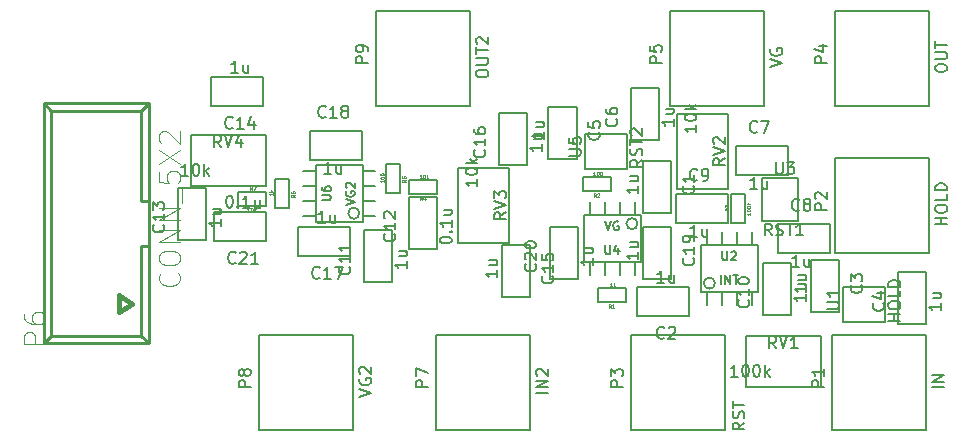
<source format=gto>
G04 (created by PCBNEW (2013-may-18)-stable) date 2014年01月29日 星期三 11时55分50秒*
%MOIN*%
G04 Gerber Fmt 3.4, Leading zero omitted, Abs format*
%FSLAX34Y34*%
G01*
G70*
G90*
G04 APERTURE LIST*
%ADD10C,0.00590551*%
%ADD11C,0.01*%
%ADD12C,0.016*%
%ADD13C,0.005*%
%ADD14C,0.0035*%
%ADD15C,0.0019685*%
%ADD16C,0.0059*%
G04 APERTURE END LIST*
G54D10*
G54D11*
X43350Y-45000D02*
X43100Y-45250D01*
X46350Y-45000D02*
X46600Y-45250D01*
X46350Y-37500D02*
X46600Y-37250D01*
X43350Y-37500D02*
X43100Y-37250D01*
X46600Y-40500D02*
X46350Y-40500D01*
X46350Y-40500D02*
X46350Y-37500D01*
X46350Y-37500D02*
X43350Y-37500D01*
X43350Y-37500D02*
X43350Y-45000D01*
X43350Y-45000D02*
X46350Y-45000D01*
X46350Y-45000D02*
X46350Y-42000D01*
X46350Y-42000D02*
X46600Y-42000D01*
X46600Y-45250D02*
X46600Y-37250D01*
X43100Y-37250D02*
X43100Y-45250D01*
X43100Y-45250D02*
X46600Y-45250D01*
X43100Y-37250D02*
X46600Y-37250D01*
G54D12*
X45625Y-44202D02*
X46046Y-43927D01*
X46046Y-43927D02*
X45625Y-43651D01*
X45625Y-43651D02*
X45625Y-44202D01*
G54D10*
X61077Y-40186D02*
X61077Y-39713D01*
X61077Y-39713D02*
X62022Y-39713D01*
X62022Y-39713D02*
X62022Y-40186D01*
X62022Y-40186D02*
X61077Y-40186D01*
X66013Y-40277D02*
X66486Y-40277D01*
X66486Y-40277D02*
X66486Y-41222D01*
X66486Y-41222D02*
X66013Y-41222D01*
X66013Y-41222D02*
X66013Y-40277D01*
X61577Y-43886D02*
X61577Y-43413D01*
X61577Y-43413D02*
X62522Y-43413D01*
X62522Y-43413D02*
X62522Y-43886D01*
X62522Y-43886D02*
X61577Y-43886D01*
X62883Y-43377D02*
X64616Y-43377D01*
X64616Y-43377D02*
X64616Y-44322D01*
X64616Y-44322D02*
X62883Y-44322D01*
X62883Y-44322D02*
X62883Y-43377D01*
X63077Y-40916D02*
X63077Y-39183D01*
X63077Y-39183D02*
X64022Y-39183D01*
X64022Y-39183D02*
X64022Y-40916D01*
X64022Y-40916D02*
X63077Y-40916D01*
X64200Y-40100D02*
X64200Y-37600D01*
X64200Y-37600D02*
X65900Y-37600D01*
X65900Y-37600D02*
X65900Y-40100D01*
X65900Y-40100D02*
X64200Y-40100D01*
X69000Y-46700D02*
X66500Y-46700D01*
X66500Y-46700D02*
X66500Y-45000D01*
X66500Y-45000D02*
X69000Y-45000D01*
X69000Y-45000D02*
X69000Y-46700D01*
X69375Y-48124D02*
X69375Y-44975D01*
X69375Y-44975D02*
X72524Y-44975D01*
X72524Y-44975D02*
X72524Y-48124D01*
X72524Y-48124D02*
X69375Y-48124D01*
X69475Y-42224D02*
X69475Y-39075D01*
X69475Y-39075D02*
X72624Y-39075D01*
X72624Y-39075D02*
X72624Y-42224D01*
X72624Y-42224D02*
X69475Y-42224D01*
X62675Y-48124D02*
X62675Y-44975D01*
X62675Y-44975D02*
X65824Y-44975D01*
X65824Y-44975D02*
X65824Y-48124D01*
X65824Y-48124D02*
X62675Y-48124D01*
X69475Y-37324D02*
X69475Y-34175D01*
X69475Y-34175D02*
X72624Y-34175D01*
X72624Y-34175D02*
X72624Y-37324D01*
X72624Y-37324D02*
X69475Y-37324D01*
X63975Y-37324D02*
X63975Y-34175D01*
X63975Y-34175D02*
X67124Y-34175D01*
X67124Y-34175D02*
X67124Y-37324D01*
X67124Y-37324D02*
X63975Y-37324D01*
X69741Y-44540D02*
X69741Y-43359D01*
X69741Y-43359D02*
X71158Y-43359D01*
X71158Y-43359D02*
X71158Y-44540D01*
X71158Y-44540D02*
X69741Y-44540D01*
X67059Y-39741D02*
X68240Y-39741D01*
X68240Y-39741D02*
X68240Y-41158D01*
X68240Y-41158D02*
X67059Y-41158D01*
X67059Y-41158D02*
X67059Y-39741D01*
X61141Y-39440D02*
X61141Y-38259D01*
X61141Y-38259D02*
X62558Y-38259D01*
X62558Y-38259D02*
X62558Y-39440D01*
X62558Y-39440D02*
X61141Y-39440D01*
G54D13*
X63000Y-42530D02*
X63000Y-40970D01*
X63000Y-40970D02*
X61100Y-40970D01*
X61100Y-40970D02*
X61100Y-42530D01*
X61100Y-42530D02*
X63000Y-42530D01*
X62800Y-42530D02*
X62800Y-42960D01*
X62300Y-42530D02*
X62300Y-42960D01*
X61800Y-42530D02*
X61800Y-42960D01*
X61300Y-42960D02*
X61300Y-42530D01*
X61300Y-40970D02*
X61300Y-40540D01*
X61800Y-40540D02*
X61800Y-40970D01*
X62300Y-40540D02*
X62300Y-40970D01*
X62800Y-40540D02*
X62800Y-40970D01*
X62896Y-41260D02*
G75*
G03X62896Y-41260I-186J0D01*
G74*
G01*
X65000Y-41970D02*
X65000Y-43530D01*
X65000Y-43530D02*
X66900Y-43530D01*
X66900Y-43530D02*
X66900Y-41970D01*
X66900Y-41970D02*
X65000Y-41970D01*
X65200Y-41970D02*
X65200Y-41540D01*
X65700Y-41970D02*
X65700Y-41540D01*
X66200Y-41970D02*
X66200Y-41540D01*
X66700Y-41540D02*
X66700Y-41970D01*
X66700Y-43530D02*
X66700Y-43960D01*
X66200Y-43960D02*
X66200Y-43530D01*
X65700Y-43960D02*
X65700Y-43530D01*
X65200Y-43960D02*
X65200Y-43530D01*
X65476Y-43240D02*
G75*
G03X65476Y-43240I-186J0D01*
G74*
G01*
X52170Y-41200D02*
X53730Y-41200D01*
X53730Y-41200D02*
X53730Y-39300D01*
X53730Y-39300D02*
X52170Y-39300D01*
X52170Y-39300D02*
X52170Y-41200D01*
X52170Y-41000D02*
X51740Y-41000D01*
X52170Y-40500D02*
X51740Y-40500D01*
X52170Y-40000D02*
X51740Y-40000D01*
X51740Y-39500D02*
X52170Y-39500D01*
X53730Y-39500D02*
X54160Y-39500D01*
X54160Y-40000D02*
X53730Y-40000D01*
X54160Y-40500D02*
X53730Y-40500D01*
X54160Y-41000D02*
X53730Y-41000D01*
X53626Y-40910D02*
G75*
G03X53626Y-40910I-186J0D01*
G74*
G01*
G54D10*
X55277Y-40286D02*
X55277Y-39813D01*
X55277Y-39813D02*
X56222Y-39813D01*
X56222Y-39813D02*
X56222Y-40286D01*
X56222Y-40286D02*
X55277Y-40286D01*
X54986Y-40222D02*
X54513Y-40222D01*
X54513Y-40222D02*
X54513Y-39277D01*
X54513Y-39277D02*
X54986Y-39277D01*
X54986Y-39277D02*
X54986Y-40222D01*
X51286Y-40722D02*
X50813Y-40722D01*
X50813Y-40722D02*
X50813Y-39777D01*
X50813Y-39777D02*
X51286Y-39777D01*
X51286Y-39777D02*
X51286Y-40722D01*
X50522Y-40213D02*
X50522Y-40686D01*
X50522Y-40686D02*
X49577Y-40686D01*
X49577Y-40686D02*
X49577Y-40213D01*
X49577Y-40213D02*
X50522Y-40213D01*
X69316Y-42222D02*
X67583Y-42222D01*
X67583Y-42222D02*
X67583Y-41277D01*
X67583Y-41277D02*
X69316Y-41277D01*
X69316Y-41277D02*
X69316Y-42222D01*
X53716Y-39122D02*
X51983Y-39122D01*
X51983Y-39122D02*
X51983Y-38177D01*
X51983Y-38177D02*
X53716Y-38177D01*
X53716Y-38177D02*
X53716Y-39122D01*
X59222Y-37583D02*
X59222Y-39316D01*
X59222Y-39316D02*
X58277Y-39316D01*
X58277Y-39316D02*
X58277Y-37583D01*
X58277Y-37583D02*
X59222Y-37583D01*
X48683Y-36377D02*
X50416Y-36377D01*
X50416Y-36377D02*
X50416Y-37322D01*
X50416Y-37322D02*
X48683Y-37322D01*
X48683Y-37322D02*
X48683Y-36377D01*
X65916Y-41222D02*
X64183Y-41222D01*
X64183Y-41222D02*
X64183Y-40277D01*
X64183Y-40277D02*
X65916Y-40277D01*
X65916Y-40277D02*
X65916Y-41222D01*
X67916Y-39622D02*
X66183Y-39622D01*
X66183Y-39622D02*
X66183Y-38677D01*
X66183Y-38677D02*
X67916Y-38677D01*
X67916Y-38677D02*
X67916Y-39622D01*
X59927Y-39116D02*
X59927Y-37383D01*
X59927Y-37383D02*
X60872Y-37383D01*
X60872Y-37383D02*
X60872Y-39116D01*
X60872Y-39116D02*
X59927Y-39116D01*
X68677Y-44216D02*
X68677Y-42483D01*
X68677Y-42483D02*
X69622Y-42483D01*
X69622Y-42483D02*
X69622Y-44216D01*
X69622Y-44216D02*
X68677Y-44216D01*
X68022Y-42583D02*
X68022Y-44316D01*
X68022Y-44316D02*
X67077Y-44316D01*
X67077Y-44316D02*
X67077Y-42583D01*
X67077Y-42583D02*
X68022Y-42583D01*
X51583Y-41377D02*
X53316Y-41377D01*
X53316Y-41377D02*
X53316Y-42322D01*
X53316Y-42322D02*
X51583Y-42322D01*
X51583Y-42322D02*
X51583Y-41377D01*
X63622Y-36733D02*
X63622Y-38466D01*
X63622Y-38466D02*
X62677Y-38466D01*
X62677Y-38466D02*
X62677Y-36733D01*
X62677Y-36733D02*
X63622Y-36733D01*
X72522Y-42883D02*
X72522Y-44616D01*
X72522Y-44616D02*
X71577Y-44616D01*
X71577Y-44616D02*
X71577Y-42883D01*
X71577Y-42883D02*
X72522Y-42883D01*
X60922Y-41383D02*
X60922Y-43116D01*
X60922Y-43116D02*
X59977Y-43116D01*
X59977Y-43116D02*
X59977Y-41383D01*
X59977Y-41383D02*
X60922Y-41383D01*
X48522Y-40083D02*
X48522Y-41816D01*
X48522Y-41816D02*
X47577Y-41816D01*
X47577Y-41816D02*
X47577Y-40083D01*
X47577Y-40083D02*
X48522Y-40083D01*
X58377Y-43716D02*
X58377Y-41983D01*
X58377Y-41983D02*
X59322Y-41983D01*
X59322Y-41983D02*
X59322Y-43716D01*
X59322Y-43716D02*
X58377Y-43716D01*
X63077Y-43116D02*
X63077Y-41383D01*
X63077Y-41383D02*
X64022Y-41383D01*
X64022Y-41383D02*
X64022Y-43116D01*
X64022Y-43116D02*
X63077Y-43116D01*
X54722Y-41483D02*
X54722Y-43216D01*
X54722Y-43216D02*
X53777Y-43216D01*
X53777Y-43216D02*
X53777Y-41483D01*
X53777Y-41483D02*
X54722Y-41483D01*
X48783Y-40877D02*
X50516Y-40877D01*
X50516Y-40877D02*
X50516Y-41822D01*
X50516Y-41822D02*
X48783Y-41822D01*
X48783Y-41822D02*
X48783Y-40877D01*
X56222Y-40383D02*
X56222Y-42116D01*
X56222Y-42116D02*
X55277Y-42116D01*
X55277Y-42116D02*
X55277Y-40383D01*
X55277Y-40383D02*
X56222Y-40383D01*
X56900Y-41900D02*
X56900Y-39400D01*
X56900Y-39400D02*
X58600Y-39400D01*
X58600Y-39400D02*
X58600Y-41900D01*
X58600Y-41900D02*
X56900Y-41900D01*
X50500Y-40000D02*
X48000Y-40000D01*
X48000Y-40000D02*
X48000Y-38300D01*
X48000Y-38300D02*
X50500Y-38300D01*
X50500Y-38300D02*
X50500Y-40000D01*
X54175Y-37324D02*
X54175Y-34175D01*
X54175Y-34175D02*
X57324Y-34175D01*
X57324Y-34175D02*
X57324Y-37324D01*
X57324Y-37324D02*
X54175Y-37324D01*
X50275Y-48124D02*
X50275Y-44975D01*
X50275Y-44975D02*
X53424Y-44975D01*
X53424Y-44975D02*
X53424Y-48124D01*
X53424Y-48124D02*
X50275Y-48124D01*
X56175Y-48124D02*
X56175Y-44975D01*
X56175Y-44975D02*
X59324Y-44975D01*
X59324Y-44975D02*
X59324Y-48124D01*
X59324Y-48124D02*
X56175Y-48124D01*
G54D14*
X43133Y-45266D02*
X42433Y-45266D01*
X42433Y-44999D01*
X42466Y-44933D01*
X42500Y-44899D01*
X42566Y-44866D01*
X42666Y-44866D01*
X42733Y-44899D01*
X42766Y-44933D01*
X42800Y-44999D01*
X42800Y-45266D01*
X42433Y-44266D02*
X42433Y-44399D01*
X42466Y-44466D01*
X42500Y-44499D01*
X42600Y-44566D01*
X42733Y-44599D01*
X43000Y-44599D01*
X43066Y-44566D01*
X43100Y-44533D01*
X43133Y-44466D01*
X43133Y-44333D01*
X43100Y-44266D01*
X43066Y-44233D01*
X43000Y-44199D01*
X42833Y-44199D01*
X42766Y-44233D01*
X42733Y-44266D01*
X42700Y-44333D01*
X42700Y-44466D01*
X42733Y-44533D01*
X42766Y-44566D01*
X42833Y-44599D01*
X47566Y-42900D02*
X47600Y-42933D01*
X47633Y-43033D01*
X47633Y-43100D01*
X47600Y-43200D01*
X47533Y-43266D01*
X47466Y-43300D01*
X47333Y-43333D01*
X47233Y-43333D01*
X47100Y-43300D01*
X47033Y-43266D01*
X46966Y-43200D01*
X46933Y-43100D01*
X46933Y-43033D01*
X46966Y-42933D01*
X47000Y-42900D01*
X46933Y-42466D02*
X46933Y-42333D01*
X46966Y-42266D01*
X47033Y-42200D01*
X47166Y-42166D01*
X47400Y-42166D01*
X47533Y-42200D01*
X47600Y-42266D01*
X47633Y-42333D01*
X47633Y-42466D01*
X47600Y-42533D01*
X47533Y-42600D01*
X47400Y-42633D01*
X47166Y-42633D01*
X47033Y-42600D01*
X46966Y-42533D01*
X46933Y-42466D01*
X47633Y-41866D02*
X46933Y-41866D01*
X47633Y-41466D01*
X46933Y-41466D01*
X47633Y-41133D02*
X46933Y-41133D01*
X47633Y-40733D01*
X46933Y-40733D01*
X47700Y-40566D02*
X47700Y-40033D01*
X46933Y-39533D02*
X46933Y-39866D01*
X47266Y-39899D01*
X47233Y-39866D01*
X47200Y-39799D01*
X47200Y-39633D01*
X47233Y-39566D01*
X47266Y-39533D01*
X47333Y-39499D01*
X47500Y-39499D01*
X47566Y-39533D01*
X47600Y-39566D01*
X47633Y-39633D01*
X47633Y-39799D01*
X47600Y-39866D01*
X47566Y-39899D01*
X46933Y-39266D02*
X47633Y-38799D01*
X46933Y-38799D02*
X47633Y-39266D01*
X47000Y-38566D02*
X46966Y-38533D01*
X46933Y-38466D01*
X46933Y-38299D01*
X46966Y-38233D01*
X47000Y-38199D01*
X47066Y-38166D01*
X47133Y-38166D01*
X47233Y-38199D01*
X47633Y-38599D01*
X47633Y-38166D01*
G54D15*
X61510Y-40371D02*
X61471Y-40315D01*
X61443Y-40371D02*
X61443Y-40253D01*
X61488Y-40253D01*
X61499Y-40259D01*
X61505Y-40264D01*
X61510Y-40276D01*
X61510Y-40293D01*
X61505Y-40304D01*
X61499Y-40309D01*
X61488Y-40315D01*
X61443Y-40315D01*
X61555Y-40264D02*
X61561Y-40259D01*
X61572Y-40253D01*
X61600Y-40253D01*
X61611Y-40259D01*
X61617Y-40264D01*
X61623Y-40276D01*
X61623Y-40287D01*
X61617Y-40304D01*
X61550Y-40371D01*
X61623Y-40371D01*
X61490Y-39643D02*
X61423Y-39643D01*
X61457Y-39643D02*
X61457Y-39525D01*
X61445Y-39542D01*
X61434Y-39553D01*
X61423Y-39559D01*
X61564Y-39525D02*
X61575Y-39525D01*
X61586Y-39530D01*
X61592Y-39536D01*
X61597Y-39547D01*
X61603Y-39570D01*
X61603Y-39598D01*
X61597Y-39620D01*
X61592Y-39632D01*
X61586Y-39637D01*
X61575Y-39643D01*
X61564Y-39643D01*
X61552Y-39637D01*
X61547Y-39632D01*
X61541Y-39620D01*
X61535Y-39598D01*
X61535Y-39570D01*
X61541Y-39547D01*
X61547Y-39536D01*
X61552Y-39530D01*
X61564Y-39525D01*
X61676Y-39525D02*
X61687Y-39525D01*
X61699Y-39530D01*
X61704Y-39536D01*
X61710Y-39547D01*
X61715Y-39570D01*
X61715Y-39598D01*
X61710Y-39620D01*
X61704Y-39632D01*
X61699Y-39637D01*
X61687Y-39643D01*
X61676Y-39643D01*
X61665Y-39637D01*
X61659Y-39632D01*
X61654Y-39620D01*
X61648Y-39598D01*
X61648Y-39570D01*
X61654Y-39547D01*
X61659Y-39536D01*
X61665Y-39530D01*
X61676Y-39525D01*
X65923Y-40750D02*
X65867Y-40789D01*
X65923Y-40817D02*
X65805Y-40817D01*
X65805Y-40772D01*
X65811Y-40761D01*
X65816Y-40755D01*
X65828Y-40750D01*
X65845Y-40750D01*
X65856Y-40755D01*
X65861Y-40761D01*
X65867Y-40772D01*
X65867Y-40817D01*
X65805Y-40710D02*
X65805Y-40637D01*
X65850Y-40676D01*
X65850Y-40660D01*
X65856Y-40648D01*
X65861Y-40643D01*
X65873Y-40637D01*
X65901Y-40637D01*
X65912Y-40643D01*
X65918Y-40648D01*
X65923Y-40660D01*
X65923Y-40693D01*
X65918Y-40705D01*
X65912Y-40710D01*
X66652Y-40896D02*
X66652Y-40963D01*
X66652Y-40929D02*
X66534Y-40929D01*
X66550Y-40941D01*
X66562Y-40952D01*
X66567Y-40963D01*
X66534Y-40823D02*
X66534Y-40811D01*
X66539Y-40800D01*
X66545Y-40794D01*
X66556Y-40789D01*
X66579Y-40783D01*
X66607Y-40783D01*
X66629Y-40789D01*
X66640Y-40794D01*
X66646Y-40800D01*
X66652Y-40811D01*
X66652Y-40823D01*
X66646Y-40834D01*
X66640Y-40839D01*
X66629Y-40845D01*
X66607Y-40851D01*
X66579Y-40851D01*
X66556Y-40845D01*
X66545Y-40839D01*
X66539Y-40834D01*
X66534Y-40823D01*
X66534Y-40710D02*
X66534Y-40699D01*
X66539Y-40688D01*
X66545Y-40682D01*
X66556Y-40676D01*
X66579Y-40671D01*
X66607Y-40671D01*
X66629Y-40676D01*
X66640Y-40682D01*
X66646Y-40688D01*
X66652Y-40699D01*
X66652Y-40710D01*
X66646Y-40721D01*
X66640Y-40727D01*
X66629Y-40733D01*
X66607Y-40738D01*
X66579Y-40738D01*
X66556Y-40733D01*
X66545Y-40727D01*
X66539Y-40721D01*
X66534Y-40710D01*
X66652Y-40620D02*
X66534Y-40620D01*
X66607Y-40609D02*
X66652Y-40575D01*
X66573Y-40575D02*
X66618Y-40620D01*
X62010Y-44071D02*
X61971Y-44015D01*
X61943Y-44071D02*
X61943Y-43953D01*
X61988Y-43953D01*
X61999Y-43959D01*
X62005Y-43964D01*
X62010Y-43976D01*
X62010Y-43993D01*
X62005Y-44004D01*
X61999Y-44009D01*
X61988Y-44015D01*
X61943Y-44015D01*
X62123Y-44071D02*
X62055Y-44071D01*
X62089Y-44071D02*
X62089Y-43953D01*
X62078Y-43970D01*
X62066Y-43981D01*
X62055Y-43987D01*
X62055Y-43343D02*
X61988Y-43343D01*
X62021Y-43343D02*
X62021Y-43225D01*
X62010Y-43242D01*
X61999Y-43253D01*
X61988Y-43259D01*
X62106Y-43343D02*
X62106Y-43225D01*
X62117Y-43298D02*
X62151Y-43343D01*
X62151Y-43264D02*
X62106Y-43309D01*
G54D10*
X63782Y-45054D02*
X63764Y-45073D01*
X63707Y-45092D01*
X63670Y-45092D01*
X63614Y-45073D01*
X63576Y-45035D01*
X63557Y-44998D01*
X63539Y-44923D01*
X63539Y-44867D01*
X63557Y-44792D01*
X63576Y-44754D01*
X63614Y-44717D01*
X63670Y-44698D01*
X63707Y-44698D01*
X63764Y-44717D01*
X63782Y-44735D01*
X63932Y-44735D02*
X63951Y-44717D01*
X63989Y-44698D01*
X64082Y-44698D01*
X64120Y-44717D01*
X64139Y-44735D01*
X64157Y-44773D01*
X64157Y-44810D01*
X64139Y-44867D01*
X63914Y-45092D01*
X64157Y-45092D01*
X63782Y-43221D02*
X63557Y-43221D01*
X63670Y-43221D02*
X63670Y-42828D01*
X63632Y-42884D01*
X63595Y-42921D01*
X63557Y-42940D01*
X64120Y-42959D02*
X64120Y-43221D01*
X63951Y-42959D02*
X63951Y-43165D01*
X63970Y-43203D01*
X64007Y-43221D01*
X64064Y-43221D01*
X64101Y-43203D01*
X64120Y-43184D01*
X64754Y-40017D02*
X64773Y-40035D01*
X64792Y-40092D01*
X64792Y-40129D01*
X64773Y-40185D01*
X64735Y-40223D01*
X64698Y-40242D01*
X64623Y-40260D01*
X64567Y-40260D01*
X64492Y-40242D01*
X64454Y-40223D01*
X64417Y-40185D01*
X64398Y-40129D01*
X64398Y-40092D01*
X64417Y-40035D01*
X64435Y-40017D01*
X64792Y-39642D02*
X64792Y-39867D01*
X64792Y-39754D02*
X64398Y-39754D01*
X64454Y-39792D01*
X64492Y-39829D01*
X64510Y-39867D01*
X62921Y-40017D02*
X62921Y-40242D01*
X62921Y-40129D02*
X62528Y-40129D01*
X62584Y-40167D01*
X62621Y-40204D01*
X62640Y-40242D01*
X62659Y-39679D02*
X62921Y-39679D01*
X62659Y-39848D02*
X62865Y-39848D01*
X62903Y-39829D01*
X62921Y-39792D01*
X62921Y-39735D01*
X62903Y-39698D01*
X62884Y-39679D01*
X65809Y-39084D02*
X65621Y-39215D01*
X65809Y-39309D02*
X65415Y-39309D01*
X65415Y-39159D01*
X65434Y-39121D01*
X65453Y-39103D01*
X65490Y-39084D01*
X65546Y-39084D01*
X65584Y-39103D01*
X65603Y-39121D01*
X65621Y-39159D01*
X65621Y-39309D01*
X65415Y-38971D02*
X65809Y-38840D01*
X65415Y-38709D01*
X65453Y-38596D02*
X65434Y-38578D01*
X65415Y-38540D01*
X65415Y-38446D01*
X65434Y-38409D01*
X65453Y-38390D01*
X65490Y-38371D01*
X65528Y-38371D01*
X65584Y-38390D01*
X65809Y-38615D01*
X65809Y-38371D01*
X64859Y-37984D02*
X64859Y-38209D01*
X64859Y-38096D02*
X64465Y-38096D01*
X64521Y-38134D01*
X64559Y-38171D01*
X64578Y-38209D01*
X64465Y-37740D02*
X64465Y-37703D01*
X64484Y-37665D01*
X64503Y-37646D01*
X64540Y-37628D01*
X64615Y-37609D01*
X64709Y-37609D01*
X64784Y-37628D01*
X64821Y-37646D01*
X64840Y-37665D01*
X64859Y-37703D01*
X64859Y-37740D01*
X64840Y-37778D01*
X64821Y-37796D01*
X64784Y-37815D01*
X64709Y-37834D01*
X64615Y-37834D01*
X64540Y-37815D01*
X64503Y-37796D01*
X64484Y-37778D01*
X64465Y-37740D01*
X64859Y-37440D02*
X64465Y-37440D01*
X64709Y-37403D02*
X64859Y-37290D01*
X64596Y-37290D02*
X64746Y-37440D01*
X67515Y-45409D02*
X67384Y-45221D01*
X67290Y-45409D02*
X67290Y-45015D01*
X67440Y-45015D01*
X67478Y-45034D01*
X67496Y-45053D01*
X67515Y-45090D01*
X67515Y-45146D01*
X67496Y-45184D01*
X67478Y-45203D01*
X67440Y-45221D01*
X67290Y-45221D01*
X67628Y-45015D02*
X67759Y-45409D01*
X67890Y-45015D01*
X68228Y-45409D02*
X68003Y-45409D01*
X68115Y-45409D02*
X68115Y-45015D01*
X68078Y-45071D01*
X68040Y-45109D01*
X68003Y-45128D01*
X66228Y-46359D02*
X66003Y-46359D01*
X66115Y-46359D02*
X66115Y-45965D01*
X66078Y-46021D01*
X66040Y-46059D01*
X66003Y-46078D01*
X66471Y-45965D02*
X66509Y-45965D01*
X66546Y-45984D01*
X66565Y-46003D01*
X66584Y-46040D01*
X66603Y-46115D01*
X66603Y-46209D01*
X66584Y-46284D01*
X66565Y-46321D01*
X66546Y-46340D01*
X66509Y-46359D01*
X66471Y-46359D01*
X66434Y-46340D01*
X66415Y-46321D01*
X66396Y-46284D01*
X66378Y-46209D01*
X66378Y-46115D01*
X66396Y-46040D01*
X66415Y-46003D01*
X66434Y-45984D01*
X66471Y-45965D01*
X66846Y-45965D02*
X66884Y-45965D01*
X66921Y-45984D01*
X66940Y-46003D01*
X66959Y-46040D01*
X66978Y-46115D01*
X66978Y-46209D01*
X66959Y-46284D01*
X66940Y-46321D01*
X66921Y-46340D01*
X66884Y-46359D01*
X66846Y-46359D01*
X66809Y-46340D01*
X66790Y-46321D01*
X66771Y-46284D01*
X66753Y-46209D01*
X66753Y-46115D01*
X66771Y-46040D01*
X66790Y-46003D01*
X66809Y-45984D01*
X66846Y-45965D01*
X67146Y-46359D02*
X67146Y-45965D01*
X67184Y-46209D02*
X67296Y-46359D01*
X67296Y-46096D02*
X67146Y-46246D01*
X69101Y-46702D02*
X68707Y-46702D01*
X68707Y-46552D01*
X68726Y-46515D01*
X68745Y-46496D01*
X68782Y-46477D01*
X68839Y-46477D01*
X68876Y-46496D01*
X68895Y-46515D01*
X68914Y-46552D01*
X68914Y-46702D01*
X69101Y-46102D02*
X69101Y-46327D01*
X69101Y-46215D02*
X68707Y-46215D01*
X68764Y-46252D01*
X68801Y-46290D01*
X68820Y-46327D01*
X73117Y-46716D02*
X72723Y-46716D01*
X73117Y-46529D02*
X72723Y-46529D01*
X73117Y-46304D01*
X72723Y-46304D01*
X69201Y-40802D02*
X68807Y-40802D01*
X68807Y-40652D01*
X68826Y-40615D01*
X68845Y-40596D01*
X68882Y-40577D01*
X68939Y-40577D01*
X68976Y-40596D01*
X68995Y-40615D01*
X69014Y-40652D01*
X69014Y-40802D01*
X68845Y-40427D02*
X68826Y-40409D01*
X68807Y-40371D01*
X68807Y-40277D01*
X68826Y-40240D01*
X68845Y-40221D01*
X68882Y-40202D01*
X68920Y-40202D01*
X68976Y-40221D01*
X69201Y-40446D01*
X69201Y-40202D01*
X73217Y-41285D02*
X72823Y-41285D01*
X73011Y-41285D02*
X73011Y-41060D01*
X73217Y-41060D02*
X72823Y-41060D01*
X72823Y-40798D02*
X72823Y-40723D01*
X72842Y-40685D01*
X72879Y-40648D01*
X72954Y-40629D01*
X73085Y-40629D01*
X73160Y-40648D01*
X73198Y-40685D01*
X73217Y-40723D01*
X73217Y-40798D01*
X73198Y-40835D01*
X73160Y-40873D01*
X73085Y-40891D01*
X72954Y-40891D01*
X72879Y-40873D01*
X72842Y-40835D01*
X72823Y-40798D01*
X73217Y-40273D02*
X73217Y-40460D01*
X72823Y-40460D01*
X73217Y-40141D02*
X72823Y-40141D01*
X72823Y-40048D01*
X72842Y-39991D01*
X72879Y-39954D01*
X72917Y-39935D01*
X72992Y-39916D01*
X73048Y-39916D01*
X73123Y-39935D01*
X73160Y-39954D01*
X73198Y-39991D01*
X73217Y-40048D01*
X73217Y-40141D01*
X62401Y-46702D02*
X62007Y-46702D01*
X62007Y-46552D01*
X62026Y-46515D01*
X62045Y-46496D01*
X62082Y-46477D01*
X62139Y-46477D01*
X62176Y-46496D01*
X62195Y-46515D01*
X62214Y-46552D01*
X62214Y-46702D01*
X62007Y-46346D02*
X62007Y-46102D01*
X62157Y-46234D01*
X62157Y-46177D01*
X62176Y-46140D01*
X62195Y-46121D01*
X62232Y-46102D01*
X62326Y-46102D01*
X62363Y-46121D01*
X62382Y-46140D01*
X62401Y-46177D01*
X62401Y-46290D01*
X62382Y-46327D01*
X62363Y-46346D01*
X66459Y-47890D02*
X66271Y-48021D01*
X66459Y-48115D02*
X66065Y-48115D01*
X66065Y-47965D01*
X66084Y-47928D01*
X66103Y-47909D01*
X66140Y-47890D01*
X66196Y-47890D01*
X66234Y-47909D01*
X66253Y-47928D01*
X66271Y-47965D01*
X66271Y-48115D01*
X66440Y-47740D02*
X66459Y-47684D01*
X66459Y-47590D01*
X66440Y-47553D01*
X66421Y-47534D01*
X66384Y-47515D01*
X66346Y-47515D01*
X66309Y-47534D01*
X66290Y-47553D01*
X66271Y-47590D01*
X66253Y-47665D01*
X66234Y-47703D01*
X66215Y-47721D01*
X66178Y-47740D01*
X66140Y-47740D01*
X66103Y-47721D01*
X66084Y-47703D01*
X66065Y-47665D01*
X66065Y-47571D01*
X66084Y-47515D01*
X66065Y-47403D02*
X66065Y-47178D01*
X66459Y-47290D02*
X66065Y-47290D01*
X69201Y-35902D02*
X68807Y-35902D01*
X68807Y-35752D01*
X68826Y-35715D01*
X68845Y-35696D01*
X68882Y-35677D01*
X68939Y-35677D01*
X68976Y-35696D01*
X68995Y-35715D01*
X69014Y-35752D01*
X69014Y-35902D01*
X68939Y-35340D02*
X69201Y-35340D01*
X68789Y-35434D02*
X69070Y-35527D01*
X69070Y-35284D01*
X72823Y-36104D02*
X72823Y-36029D01*
X72842Y-35991D01*
X72879Y-35954D01*
X72954Y-35935D01*
X73085Y-35935D01*
X73160Y-35954D01*
X73198Y-35991D01*
X73217Y-36029D01*
X73217Y-36104D01*
X73198Y-36141D01*
X73160Y-36179D01*
X73085Y-36198D01*
X72954Y-36198D01*
X72879Y-36179D01*
X72842Y-36141D01*
X72823Y-36104D01*
X72823Y-35766D02*
X73142Y-35766D01*
X73179Y-35748D01*
X73198Y-35729D01*
X73217Y-35691D01*
X73217Y-35616D01*
X73198Y-35579D01*
X73179Y-35560D01*
X73142Y-35541D01*
X72823Y-35541D01*
X72823Y-35410D02*
X72823Y-35185D01*
X73217Y-35298D02*
X72823Y-35298D01*
X63701Y-35902D02*
X63307Y-35902D01*
X63307Y-35752D01*
X63326Y-35715D01*
X63345Y-35696D01*
X63382Y-35677D01*
X63439Y-35677D01*
X63476Y-35696D01*
X63495Y-35715D01*
X63514Y-35752D01*
X63514Y-35902D01*
X63307Y-35321D02*
X63307Y-35509D01*
X63495Y-35527D01*
X63476Y-35509D01*
X63457Y-35471D01*
X63457Y-35377D01*
X63476Y-35340D01*
X63495Y-35321D01*
X63532Y-35302D01*
X63626Y-35302D01*
X63663Y-35321D01*
X63682Y-35340D01*
X63701Y-35377D01*
X63701Y-35471D01*
X63682Y-35509D01*
X63663Y-35527D01*
X67323Y-36038D02*
X67717Y-35907D01*
X67323Y-35776D01*
X67342Y-35438D02*
X67323Y-35476D01*
X67323Y-35532D01*
X67342Y-35588D01*
X67379Y-35626D01*
X67417Y-35645D01*
X67492Y-35663D01*
X67548Y-35663D01*
X67623Y-35645D01*
X67660Y-35626D01*
X67698Y-35588D01*
X67717Y-35532D01*
X67717Y-35495D01*
X67698Y-35438D01*
X67679Y-35420D01*
X67548Y-35420D01*
X67548Y-35495D01*
X69211Y-44092D02*
X69530Y-44092D01*
X69567Y-44073D01*
X69586Y-44054D01*
X69605Y-44017D01*
X69605Y-43942D01*
X69586Y-43905D01*
X69567Y-43886D01*
X69530Y-43867D01*
X69211Y-43867D01*
X69605Y-43473D02*
X69605Y-43698D01*
X69605Y-43586D02*
X69211Y-43586D01*
X69267Y-43623D01*
X69305Y-43661D01*
X69324Y-43698D01*
X71652Y-44506D02*
X71258Y-44506D01*
X71446Y-44506D02*
X71446Y-44281D01*
X71652Y-44281D02*
X71258Y-44281D01*
X71258Y-44019D02*
X71258Y-43944D01*
X71277Y-43906D01*
X71315Y-43869D01*
X71390Y-43850D01*
X71521Y-43850D01*
X71596Y-43869D01*
X71633Y-43906D01*
X71652Y-43944D01*
X71652Y-44019D01*
X71633Y-44056D01*
X71596Y-44094D01*
X71521Y-44113D01*
X71390Y-44113D01*
X71315Y-44094D01*
X71277Y-44056D01*
X71258Y-44019D01*
X71652Y-43494D02*
X71652Y-43681D01*
X71258Y-43681D01*
X71652Y-43363D02*
X71258Y-43363D01*
X71258Y-43269D01*
X71277Y-43213D01*
X71315Y-43175D01*
X71352Y-43156D01*
X71427Y-43138D01*
X71483Y-43138D01*
X71558Y-43156D01*
X71596Y-43175D01*
X71633Y-43213D01*
X71652Y-43269D01*
X71652Y-43363D01*
X67507Y-39211D02*
X67507Y-39530D01*
X67526Y-39567D01*
X67545Y-39586D01*
X67582Y-39605D01*
X67657Y-39605D01*
X67694Y-39586D01*
X67713Y-39567D01*
X67732Y-39530D01*
X67732Y-39211D01*
X67882Y-39211D02*
X68126Y-39211D01*
X67994Y-39361D01*
X68051Y-39361D01*
X68088Y-39380D01*
X68107Y-39399D01*
X68126Y-39436D01*
X68126Y-39530D01*
X68107Y-39567D01*
X68088Y-39586D01*
X68051Y-39605D01*
X67938Y-39605D01*
X67901Y-39586D01*
X67882Y-39567D01*
X67365Y-41652D02*
X67233Y-41465D01*
X67140Y-41652D02*
X67140Y-41258D01*
X67290Y-41258D01*
X67327Y-41277D01*
X67346Y-41296D01*
X67365Y-41333D01*
X67365Y-41390D01*
X67346Y-41427D01*
X67327Y-41446D01*
X67290Y-41465D01*
X67140Y-41465D01*
X67515Y-41633D02*
X67571Y-41652D01*
X67664Y-41652D01*
X67702Y-41633D01*
X67721Y-41615D01*
X67739Y-41577D01*
X67739Y-41540D01*
X67721Y-41502D01*
X67702Y-41483D01*
X67664Y-41465D01*
X67590Y-41446D01*
X67552Y-41427D01*
X67533Y-41408D01*
X67515Y-41371D01*
X67515Y-41333D01*
X67533Y-41296D01*
X67552Y-41277D01*
X67590Y-41258D01*
X67683Y-41258D01*
X67739Y-41277D01*
X67852Y-41258D02*
X68077Y-41258D01*
X67964Y-41652D02*
X67964Y-41258D01*
X68414Y-41652D02*
X68189Y-41652D01*
X68302Y-41652D02*
X68302Y-41258D01*
X68264Y-41315D01*
X68227Y-41352D01*
X68189Y-41371D01*
X60611Y-38992D02*
X60930Y-38992D01*
X60967Y-38973D01*
X60986Y-38954D01*
X61005Y-38917D01*
X61005Y-38842D01*
X60986Y-38805D01*
X60967Y-38786D01*
X60930Y-38767D01*
X60611Y-38767D01*
X60611Y-38392D02*
X60611Y-38580D01*
X60799Y-38598D01*
X60780Y-38580D01*
X60761Y-38542D01*
X60761Y-38448D01*
X60780Y-38411D01*
X60799Y-38392D01*
X60836Y-38373D01*
X60930Y-38373D01*
X60967Y-38392D01*
X60986Y-38411D01*
X61005Y-38448D01*
X61005Y-38542D01*
X60986Y-38580D01*
X60967Y-38598D01*
X63052Y-39134D02*
X62865Y-39266D01*
X63052Y-39359D02*
X62658Y-39359D01*
X62658Y-39209D01*
X62677Y-39172D01*
X62696Y-39153D01*
X62733Y-39134D01*
X62790Y-39134D01*
X62827Y-39153D01*
X62846Y-39172D01*
X62865Y-39209D01*
X62865Y-39359D01*
X63033Y-38984D02*
X63052Y-38928D01*
X63052Y-38835D01*
X63033Y-38797D01*
X63015Y-38778D01*
X62977Y-38760D01*
X62940Y-38760D01*
X62902Y-38778D01*
X62883Y-38797D01*
X62865Y-38835D01*
X62846Y-38909D01*
X62827Y-38947D01*
X62808Y-38966D01*
X62771Y-38984D01*
X62733Y-38984D01*
X62696Y-38966D01*
X62677Y-38947D01*
X62658Y-38909D01*
X62658Y-38816D01*
X62677Y-38760D01*
X62658Y-38647D02*
X62658Y-38422D01*
X63052Y-38535D02*
X62658Y-38535D01*
X62696Y-38310D02*
X62677Y-38291D01*
X62658Y-38253D01*
X62658Y-38160D01*
X62677Y-38122D01*
X62696Y-38103D01*
X62733Y-38085D01*
X62771Y-38085D01*
X62827Y-38103D01*
X63052Y-38328D01*
X63052Y-38085D01*
G54D16*
X61825Y-41974D02*
X61825Y-42213D01*
X61839Y-42241D01*
X61853Y-42255D01*
X61881Y-42269D01*
X61937Y-42269D01*
X61965Y-42255D01*
X61979Y-42241D01*
X61993Y-42213D01*
X61993Y-41974D01*
X62260Y-42072D02*
X62260Y-42269D01*
X62190Y-41960D02*
X62120Y-42171D01*
X62302Y-42171D01*
X61804Y-41174D02*
X61902Y-41469D01*
X62000Y-41174D01*
X62253Y-41188D02*
X62225Y-41174D01*
X62183Y-41174D01*
X62141Y-41188D01*
X62113Y-41216D01*
X62099Y-41244D01*
X62085Y-41300D01*
X62085Y-41342D01*
X62099Y-41399D01*
X62113Y-41427D01*
X62141Y-41455D01*
X62183Y-41469D01*
X62211Y-41469D01*
X62253Y-41455D01*
X62267Y-41441D01*
X62267Y-41342D01*
X62211Y-41342D01*
X65725Y-42174D02*
X65725Y-42413D01*
X65739Y-42441D01*
X65753Y-42455D01*
X65781Y-42469D01*
X65837Y-42469D01*
X65865Y-42455D01*
X65879Y-42441D01*
X65893Y-42413D01*
X65893Y-42174D01*
X66020Y-42202D02*
X66034Y-42188D01*
X66062Y-42174D01*
X66132Y-42174D01*
X66160Y-42188D01*
X66174Y-42202D01*
X66188Y-42230D01*
X66188Y-42258D01*
X66174Y-42300D01*
X66006Y-42469D01*
X66188Y-42469D01*
X65683Y-43269D02*
X65683Y-42974D01*
X65823Y-43269D02*
X65823Y-42974D01*
X65992Y-43269D01*
X65992Y-42974D01*
X66090Y-42974D02*
X66259Y-42974D01*
X66174Y-43269D02*
X66174Y-42974D01*
X52374Y-40474D02*
X52613Y-40474D01*
X52641Y-40460D01*
X52655Y-40446D01*
X52669Y-40418D01*
X52669Y-40362D01*
X52655Y-40334D01*
X52641Y-40320D01*
X52613Y-40306D01*
X52374Y-40306D01*
X52374Y-40039D02*
X52374Y-40095D01*
X52388Y-40123D01*
X52402Y-40137D01*
X52444Y-40165D01*
X52500Y-40179D01*
X52613Y-40179D01*
X52641Y-40165D01*
X52655Y-40151D01*
X52669Y-40123D01*
X52669Y-40067D01*
X52655Y-40039D01*
X52641Y-40025D01*
X52613Y-40011D01*
X52542Y-40011D01*
X52514Y-40025D01*
X52500Y-40039D01*
X52486Y-40067D01*
X52486Y-40123D01*
X52500Y-40151D01*
X52514Y-40165D01*
X52542Y-40179D01*
X53174Y-40636D02*
X53469Y-40537D01*
X53174Y-40439D01*
X53188Y-40186D02*
X53174Y-40214D01*
X53174Y-40257D01*
X53188Y-40299D01*
X53216Y-40327D01*
X53244Y-40341D01*
X53300Y-40355D01*
X53342Y-40355D01*
X53399Y-40341D01*
X53427Y-40327D01*
X53455Y-40299D01*
X53469Y-40257D01*
X53469Y-40228D01*
X53455Y-40186D01*
X53441Y-40172D01*
X53342Y-40172D01*
X53342Y-40228D01*
X53202Y-40060D02*
X53188Y-40046D01*
X53174Y-40018D01*
X53174Y-39947D01*
X53188Y-39919D01*
X53202Y-39905D01*
X53230Y-39891D01*
X53258Y-39891D01*
X53300Y-39905D01*
X53469Y-40074D01*
X53469Y-39891D01*
G54D15*
X55710Y-40471D02*
X55671Y-40415D01*
X55643Y-40471D02*
X55643Y-40353D01*
X55688Y-40353D01*
X55699Y-40359D01*
X55705Y-40364D01*
X55710Y-40376D01*
X55710Y-40393D01*
X55705Y-40404D01*
X55699Y-40409D01*
X55688Y-40415D01*
X55643Y-40415D01*
X55811Y-40393D02*
X55811Y-40471D01*
X55783Y-40348D02*
X55755Y-40432D01*
X55828Y-40432D01*
X55699Y-39743D02*
X55631Y-39743D01*
X55665Y-39743D02*
X55665Y-39625D01*
X55654Y-39642D01*
X55643Y-39653D01*
X55631Y-39659D01*
X55772Y-39625D02*
X55783Y-39625D01*
X55794Y-39630D01*
X55800Y-39636D01*
X55806Y-39647D01*
X55811Y-39670D01*
X55811Y-39698D01*
X55806Y-39720D01*
X55800Y-39732D01*
X55794Y-39737D01*
X55783Y-39743D01*
X55772Y-39743D01*
X55761Y-39737D01*
X55755Y-39732D01*
X55750Y-39720D01*
X55744Y-39698D01*
X55744Y-39670D01*
X55750Y-39647D01*
X55755Y-39636D01*
X55761Y-39630D01*
X55772Y-39625D01*
X55862Y-39743D02*
X55862Y-39625D01*
X55873Y-39698D02*
X55907Y-39743D01*
X55907Y-39664D02*
X55862Y-39709D01*
X55171Y-39789D02*
X55115Y-39828D01*
X55171Y-39856D02*
X55053Y-39856D01*
X55053Y-39811D01*
X55059Y-39800D01*
X55064Y-39794D01*
X55076Y-39789D01*
X55093Y-39789D01*
X55104Y-39794D01*
X55109Y-39800D01*
X55115Y-39811D01*
X55115Y-39856D01*
X55053Y-39682D02*
X55053Y-39738D01*
X55109Y-39744D01*
X55104Y-39738D01*
X55098Y-39727D01*
X55098Y-39699D01*
X55104Y-39688D01*
X55109Y-39682D01*
X55121Y-39676D01*
X55149Y-39676D01*
X55160Y-39682D01*
X55166Y-39688D01*
X55171Y-39699D01*
X55171Y-39727D01*
X55166Y-39738D01*
X55160Y-39744D01*
X54443Y-39809D02*
X54443Y-39876D01*
X54443Y-39842D02*
X54325Y-39842D01*
X54342Y-39854D01*
X54353Y-39865D01*
X54359Y-39876D01*
X54325Y-39735D02*
X54325Y-39724D01*
X54330Y-39713D01*
X54336Y-39707D01*
X54347Y-39702D01*
X54370Y-39696D01*
X54398Y-39696D01*
X54420Y-39702D01*
X54432Y-39707D01*
X54437Y-39713D01*
X54443Y-39724D01*
X54443Y-39735D01*
X54437Y-39747D01*
X54432Y-39752D01*
X54420Y-39758D01*
X54398Y-39764D01*
X54370Y-39764D01*
X54347Y-39758D01*
X54336Y-39752D01*
X54330Y-39747D01*
X54325Y-39735D01*
X54325Y-39623D02*
X54325Y-39612D01*
X54330Y-39600D01*
X54336Y-39595D01*
X54347Y-39589D01*
X54370Y-39584D01*
X54398Y-39584D01*
X54420Y-39589D01*
X54432Y-39595D01*
X54437Y-39600D01*
X54443Y-39612D01*
X54443Y-39623D01*
X54437Y-39634D01*
X54432Y-39640D01*
X54420Y-39645D01*
X54398Y-39651D01*
X54370Y-39651D01*
X54347Y-39645D01*
X54336Y-39640D01*
X54330Y-39634D01*
X54325Y-39623D01*
X51471Y-40289D02*
X51415Y-40328D01*
X51471Y-40356D02*
X51353Y-40356D01*
X51353Y-40311D01*
X51359Y-40300D01*
X51364Y-40294D01*
X51376Y-40289D01*
X51393Y-40289D01*
X51404Y-40294D01*
X51409Y-40300D01*
X51415Y-40311D01*
X51415Y-40356D01*
X51353Y-40188D02*
X51353Y-40210D01*
X51359Y-40221D01*
X51364Y-40227D01*
X51381Y-40238D01*
X51404Y-40244D01*
X51449Y-40244D01*
X51460Y-40238D01*
X51466Y-40233D01*
X51471Y-40221D01*
X51471Y-40199D01*
X51466Y-40188D01*
X51460Y-40182D01*
X51449Y-40176D01*
X51421Y-40176D01*
X51409Y-40182D01*
X51404Y-40188D01*
X51398Y-40199D01*
X51398Y-40221D01*
X51404Y-40233D01*
X51409Y-40238D01*
X51421Y-40244D01*
X50743Y-40244D02*
X50743Y-40311D01*
X50743Y-40278D02*
X50625Y-40278D01*
X50642Y-40289D01*
X50653Y-40300D01*
X50659Y-40311D01*
X50743Y-40193D02*
X50625Y-40193D01*
X50698Y-40182D02*
X50743Y-40148D01*
X50664Y-40148D02*
X50709Y-40193D01*
X50050Y-40123D02*
X50010Y-40067D01*
X49982Y-40123D02*
X49982Y-40005D01*
X50027Y-40005D01*
X50038Y-40011D01*
X50044Y-40016D01*
X50050Y-40028D01*
X50050Y-40045D01*
X50044Y-40056D01*
X50038Y-40061D01*
X50027Y-40067D01*
X49982Y-40067D01*
X50089Y-40005D02*
X50168Y-40005D01*
X50117Y-40123D01*
X49960Y-40852D02*
X49892Y-40852D01*
X49926Y-40852D02*
X49926Y-40734D01*
X49915Y-40750D01*
X49903Y-40762D01*
X49892Y-40767D01*
X50033Y-40734D02*
X50044Y-40734D01*
X50055Y-40739D01*
X50061Y-40745D01*
X50066Y-40756D01*
X50072Y-40779D01*
X50072Y-40807D01*
X50066Y-40829D01*
X50061Y-40840D01*
X50055Y-40846D01*
X50044Y-40852D01*
X50033Y-40852D01*
X50021Y-40846D01*
X50016Y-40840D01*
X50010Y-40829D01*
X50005Y-40807D01*
X50005Y-40779D01*
X50010Y-40756D01*
X50016Y-40745D01*
X50021Y-40739D01*
X50033Y-40734D01*
X50123Y-40852D02*
X50123Y-40734D01*
X50134Y-40807D02*
X50168Y-40852D01*
X50168Y-40773D02*
X50123Y-40818D01*
G54D10*
X68285Y-40789D02*
X68267Y-40807D01*
X68210Y-40826D01*
X68173Y-40826D01*
X68117Y-40807D01*
X68079Y-40770D01*
X68060Y-40732D01*
X68042Y-40657D01*
X68042Y-40601D01*
X68060Y-40526D01*
X68079Y-40489D01*
X68117Y-40451D01*
X68173Y-40432D01*
X68210Y-40432D01*
X68267Y-40451D01*
X68285Y-40470D01*
X68510Y-40601D02*
X68473Y-40582D01*
X68454Y-40564D01*
X68435Y-40526D01*
X68435Y-40507D01*
X68454Y-40470D01*
X68473Y-40451D01*
X68510Y-40432D01*
X68585Y-40432D01*
X68623Y-40451D01*
X68642Y-40470D01*
X68660Y-40507D01*
X68660Y-40526D01*
X68642Y-40564D01*
X68623Y-40582D01*
X68585Y-40601D01*
X68510Y-40601D01*
X68473Y-40620D01*
X68454Y-40639D01*
X68435Y-40676D01*
X68435Y-40751D01*
X68454Y-40789D01*
X68473Y-40807D01*
X68510Y-40826D01*
X68585Y-40826D01*
X68623Y-40807D01*
X68642Y-40789D01*
X68660Y-40751D01*
X68660Y-40676D01*
X68642Y-40639D01*
X68623Y-40620D01*
X68585Y-40601D01*
X68285Y-42696D02*
X68060Y-42696D01*
X68173Y-42696D02*
X68173Y-42303D01*
X68135Y-42359D01*
X68098Y-42396D01*
X68060Y-42415D01*
X68623Y-42434D02*
X68623Y-42696D01*
X68454Y-42434D02*
X68454Y-42640D01*
X68473Y-42678D01*
X68510Y-42696D01*
X68567Y-42696D01*
X68604Y-42678D01*
X68623Y-42659D01*
X52498Y-37689D02*
X52479Y-37707D01*
X52423Y-37726D01*
X52385Y-37726D01*
X52329Y-37707D01*
X52292Y-37670D01*
X52273Y-37632D01*
X52254Y-37557D01*
X52254Y-37501D01*
X52273Y-37426D01*
X52292Y-37389D01*
X52329Y-37351D01*
X52385Y-37332D01*
X52423Y-37332D01*
X52479Y-37351D01*
X52498Y-37370D01*
X52873Y-37726D02*
X52648Y-37726D01*
X52760Y-37726D02*
X52760Y-37332D01*
X52723Y-37389D01*
X52685Y-37426D01*
X52648Y-37445D01*
X53098Y-37501D02*
X53060Y-37482D01*
X53042Y-37464D01*
X53023Y-37426D01*
X53023Y-37407D01*
X53042Y-37370D01*
X53060Y-37351D01*
X53098Y-37332D01*
X53173Y-37332D01*
X53210Y-37351D01*
X53229Y-37370D01*
X53248Y-37407D01*
X53248Y-37426D01*
X53229Y-37464D01*
X53210Y-37482D01*
X53173Y-37501D01*
X53098Y-37501D01*
X53060Y-37520D01*
X53042Y-37539D01*
X53023Y-37576D01*
X53023Y-37651D01*
X53042Y-37689D01*
X53060Y-37707D01*
X53098Y-37726D01*
X53173Y-37726D01*
X53210Y-37707D01*
X53229Y-37689D01*
X53248Y-37651D01*
X53248Y-37576D01*
X53229Y-37539D01*
X53210Y-37520D01*
X53173Y-37501D01*
X52685Y-39596D02*
X52460Y-39596D01*
X52573Y-39596D02*
X52573Y-39203D01*
X52535Y-39259D01*
X52498Y-39296D01*
X52460Y-39315D01*
X53023Y-39334D02*
X53023Y-39596D01*
X52854Y-39334D02*
X52854Y-39540D01*
X52873Y-39578D01*
X52910Y-39596D01*
X52967Y-39596D01*
X53004Y-39578D01*
X53023Y-39559D01*
X57789Y-38801D02*
X57807Y-38820D01*
X57826Y-38876D01*
X57826Y-38914D01*
X57807Y-38970D01*
X57770Y-39007D01*
X57732Y-39026D01*
X57657Y-39045D01*
X57601Y-39045D01*
X57526Y-39026D01*
X57489Y-39007D01*
X57451Y-38970D01*
X57432Y-38914D01*
X57432Y-38876D01*
X57451Y-38820D01*
X57470Y-38801D01*
X57826Y-38426D02*
X57826Y-38651D01*
X57826Y-38539D02*
X57432Y-38539D01*
X57489Y-38576D01*
X57526Y-38614D01*
X57545Y-38651D01*
X57432Y-38089D02*
X57432Y-38164D01*
X57451Y-38201D01*
X57470Y-38220D01*
X57526Y-38257D01*
X57601Y-38276D01*
X57751Y-38276D01*
X57789Y-38257D01*
X57807Y-38239D01*
X57826Y-38201D01*
X57826Y-38126D01*
X57807Y-38089D01*
X57789Y-38070D01*
X57751Y-38051D01*
X57657Y-38051D01*
X57620Y-38070D01*
X57601Y-38089D01*
X57582Y-38126D01*
X57582Y-38201D01*
X57601Y-38239D01*
X57620Y-38257D01*
X57657Y-38276D01*
X59696Y-38614D02*
X59696Y-38839D01*
X59696Y-38726D02*
X59303Y-38726D01*
X59359Y-38764D01*
X59396Y-38801D01*
X59415Y-38839D01*
X59434Y-38276D02*
X59696Y-38276D01*
X59434Y-38445D02*
X59640Y-38445D01*
X59678Y-38426D01*
X59696Y-38389D01*
X59696Y-38332D01*
X59678Y-38295D01*
X59659Y-38276D01*
X49395Y-38054D02*
X49376Y-38073D01*
X49320Y-38092D01*
X49282Y-38092D01*
X49226Y-38073D01*
X49189Y-38035D01*
X49170Y-37998D01*
X49151Y-37923D01*
X49151Y-37867D01*
X49170Y-37792D01*
X49189Y-37754D01*
X49226Y-37717D01*
X49282Y-37698D01*
X49320Y-37698D01*
X49376Y-37717D01*
X49395Y-37735D01*
X49770Y-38092D02*
X49545Y-38092D01*
X49657Y-38092D02*
X49657Y-37698D01*
X49620Y-37754D01*
X49582Y-37792D01*
X49545Y-37810D01*
X50107Y-37829D02*
X50107Y-38092D01*
X50014Y-37679D02*
X49920Y-37960D01*
X50163Y-37960D01*
X49582Y-36221D02*
X49357Y-36221D01*
X49470Y-36221D02*
X49470Y-35828D01*
X49432Y-35884D01*
X49395Y-35921D01*
X49357Y-35940D01*
X49920Y-35959D02*
X49920Y-36221D01*
X49751Y-35959D02*
X49751Y-36165D01*
X49770Y-36203D01*
X49807Y-36221D01*
X49864Y-36221D01*
X49901Y-36203D01*
X49920Y-36184D01*
X64885Y-39789D02*
X64867Y-39807D01*
X64810Y-39826D01*
X64773Y-39826D01*
X64717Y-39807D01*
X64679Y-39770D01*
X64660Y-39732D01*
X64642Y-39657D01*
X64642Y-39601D01*
X64660Y-39526D01*
X64679Y-39489D01*
X64717Y-39451D01*
X64773Y-39432D01*
X64810Y-39432D01*
X64867Y-39451D01*
X64885Y-39470D01*
X65073Y-39826D02*
X65148Y-39826D01*
X65185Y-39807D01*
X65204Y-39789D01*
X65242Y-39732D01*
X65260Y-39657D01*
X65260Y-39507D01*
X65242Y-39470D01*
X65223Y-39451D01*
X65185Y-39432D01*
X65110Y-39432D01*
X65073Y-39451D01*
X65054Y-39470D01*
X65035Y-39507D01*
X65035Y-39601D01*
X65054Y-39639D01*
X65073Y-39657D01*
X65110Y-39676D01*
X65185Y-39676D01*
X65223Y-39657D01*
X65242Y-39639D01*
X65260Y-39601D01*
X64885Y-41696D02*
X64660Y-41696D01*
X64773Y-41696D02*
X64773Y-41303D01*
X64735Y-41359D01*
X64698Y-41396D01*
X64660Y-41415D01*
X65223Y-41434D02*
X65223Y-41696D01*
X65054Y-41434D02*
X65054Y-41640D01*
X65073Y-41678D01*
X65110Y-41696D01*
X65167Y-41696D01*
X65204Y-41678D01*
X65223Y-41659D01*
X66885Y-38189D02*
X66867Y-38207D01*
X66810Y-38226D01*
X66773Y-38226D01*
X66717Y-38207D01*
X66679Y-38170D01*
X66660Y-38132D01*
X66642Y-38057D01*
X66642Y-38001D01*
X66660Y-37926D01*
X66679Y-37889D01*
X66717Y-37851D01*
X66773Y-37832D01*
X66810Y-37832D01*
X66867Y-37851D01*
X66885Y-37870D01*
X67017Y-37832D02*
X67279Y-37832D01*
X67110Y-38226D01*
X66885Y-40096D02*
X66660Y-40096D01*
X66773Y-40096D02*
X66773Y-39703D01*
X66735Y-39759D01*
X66698Y-39796D01*
X66660Y-39815D01*
X67223Y-39834D02*
X67223Y-40096D01*
X67054Y-39834D02*
X67054Y-40040D01*
X67073Y-40078D01*
X67110Y-40096D01*
X67167Y-40096D01*
X67204Y-40078D01*
X67223Y-40059D01*
X61604Y-38217D02*
X61623Y-38235D01*
X61642Y-38292D01*
X61642Y-38329D01*
X61623Y-38385D01*
X61585Y-38423D01*
X61548Y-38442D01*
X61473Y-38460D01*
X61417Y-38460D01*
X61342Y-38442D01*
X61304Y-38423D01*
X61267Y-38385D01*
X61248Y-38329D01*
X61248Y-38292D01*
X61267Y-38235D01*
X61285Y-38217D01*
X61248Y-37860D02*
X61248Y-38048D01*
X61435Y-38067D01*
X61417Y-38048D01*
X61398Y-38010D01*
X61398Y-37917D01*
X61417Y-37879D01*
X61435Y-37860D01*
X61473Y-37842D01*
X61567Y-37842D01*
X61604Y-37860D01*
X61623Y-37879D01*
X61642Y-37917D01*
X61642Y-38010D01*
X61623Y-38048D01*
X61604Y-38067D01*
X59771Y-38217D02*
X59771Y-38442D01*
X59771Y-38329D02*
X59378Y-38329D01*
X59434Y-38367D01*
X59471Y-38404D01*
X59490Y-38442D01*
X59509Y-37879D02*
X59771Y-37879D01*
X59509Y-38048D02*
X59715Y-38048D01*
X59753Y-38029D01*
X59771Y-37992D01*
X59771Y-37935D01*
X59753Y-37898D01*
X59734Y-37879D01*
X70354Y-43317D02*
X70373Y-43335D01*
X70392Y-43392D01*
X70392Y-43429D01*
X70373Y-43485D01*
X70335Y-43523D01*
X70298Y-43542D01*
X70223Y-43560D01*
X70167Y-43560D01*
X70092Y-43542D01*
X70054Y-43523D01*
X70017Y-43485D01*
X69998Y-43429D01*
X69998Y-43392D01*
X70017Y-43335D01*
X70035Y-43317D01*
X69998Y-43185D02*
X69998Y-42942D01*
X70148Y-43073D01*
X70148Y-43017D01*
X70167Y-42979D01*
X70185Y-42960D01*
X70223Y-42942D01*
X70317Y-42942D01*
X70354Y-42960D01*
X70373Y-42979D01*
X70392Y-43017D01*
X70392Y-43129D01*
X70373Y-43167D01*
X70354Y-43185D01*
X68521Y-43317D02*
X68521Y-43542D01*
X68521Y-43429D02*
X68128Y-43429D01*
X68184Y-43467D01*
X68221Y-43504D01*
X68240Y-43542D01*
X68259Y-42979D02*
X68521Y-42979D01*
X68259Y-43148D02*
X68465Y-43148D01*
X68503Y-43129D01*
X68521Y-43092D01*
X68521Y-43035D01*
X68503Y-42998D01*
X68484Y-42979D01*
X66589Y-43801D02*
X66607Y-43820D01*
X66626Y-43876D01*
X66626Y-43914D01*
X66607Y-43970D01*
X66570Y-44007D01*
X66532Y-44026D01*
X66457Y-44045D01*
X66401Y-44045D01*
X66326Y-44026D01*
X66289Y-44007D01*
X66251Y-43970D01*
X66232Y-43914D01*
X66232Y-43876D01*
X66251Y-43820D01*
X66270Y-43801D01*
X66626Y-43426D02*
X66626Y-43651D01*
X66626Y-43539D02*
X66232Y-43539D01*
X66289Y-43576D01*
X66326Y-43614D01*
X66345Y-43651D01*
X66232Y-43182D02*
X66232Y-43145D01*
X66251Y-43107D01*
X66270Y-43089D01*
X66307Y-43070D01*
X66382Y-43051D01*
X66476Y-43051D01*
X66551Y-43070D01*
X66589Y-43089D01*
X66607Y-43107D01*
X66626Y-43145D01*
X66626Y-43182D01*
X66607Y-43220D01*
X66589Y-43239D01*
X66551Y-43257D01*
X66476Y-43276D01*
X66382Y-43276D01*
X66307Y-43257D01*
X66270Y-43239D01*
X66251Y-43220D01*
X66232Y-43182D01*
X68496Y-43614D02*
X68496Y-43839D01*
X68496Y-43726D02*
X68103Y-43726D01*
X68159Y-43764D01*
X68196Y-43801D01*
X68215Y-43839D01*
X68234Y-43276D02*
X68496Y-43276D01*
X68234Y-43445D02*
X68440Y-43445D01*
X68478Y-43426D01*
X68496Y-43389D01*
X68496Y-43332D01*
X68478Y-43295D01*
X68459Y-43276D01*
X52295Y-43054D02*
X52276Y-43073D01*
X52220Y-43092D01*
X52182Y-43092D01*
X52126Y-43073D01*
X52089Y-43035D01*
X52070Y-42998D01*
X52051Y-42923D01*
X52051Y-42867D01*
X52070Y-42792D01*
X52089Y-42754D01*
X52126Y-42717D01*
X52182Y-42698D01*
X52220Y-42698D01*
X52276Y-42717D01*
X52295Y-42735D01*
X52670Y-43092D02*
X52445Y-43092D01*
X52557Y-43092D02*
X52557Y-42698D01*
X52520Y-42754D01*
X52482Y-42792D01*
X52445Y-42810D01*
X52801Y-42698D02*
X53063Y-42698D01*
X52895Y-43092D01*
X52482Y-41221D02*
X52257Y-41221D01*
X52370Y-41221D02*
X52370Y-40828D01*
X52332Y-40884D01*
X52295Y-40921D01*
X52257Y-40940D01*
X52820Y-40959D02*
X52820Y-41221D01*
X52651Y-40959D02*
X52651Y-41165D01*
X52670Y-41203D01*
X52707Y-41221D01*
X52764Y-41221D01*
X52801Y-41203D01*
X52820Y-41184D01*
X62189Y-37764D02*
X62207Y-37782D01*
X62226Y-37839D01*
X62226Y-37876D01*
X62207Y-37932D01*
X62170Y-37970D01*
X62132Y-37989D01*
X62057Y-38007D01*
X62001Y-38007D01*
X61926Y-37989D01*
X61889Y-37970D01*
X61851Y-37932D01*
X61832Y-37876D01*
X61832Y-37839D01*
X61851Y-37782D01*
X61870Y-37764D01*
X61832Y-37426D02*
X61832Y-37501D01*
X61851Y-37539D01*
X61870Y-37557D01*
X61926Y-37595D01*
X62001Y-37614D01*
X62151Y-37614D01*
X62189Y-37595D01*
X62207Y-37576D01*
X62226Y-37539D01*
X62226Y-37464D01*
X62207Y-37426D01*
X62189Y-37407D01*
X62151Y-37389D01*
X62057Y-37389D01*
X62020Y-37407D01*
X62001Y-37426D01*
X61982Y-37464D01*
X61982Y-37539D01*
X62001Y-37576D01*
X62020Y-37595D01*
X62057Y-37614D01*
X64096Y-37764D02*
X64096Y-37989D01*
X64096Y-37876D02*
X63703Y-37876D01*
X63759Y-37914D01*
X63796Y-37951D01*
X63815Y-37989D01*
X63834Y-37426D02*
X64096Y-37426D01*
X63834Y-37595D02*
X64040Y-37595D01*
X64078Y-37576D01*
X64096Y-37539D01*
X64096Y-37482D01*
X64078Y-37445D01*
X64059Y-37426D01*
X71089Y-43914D02*
X71107Y-43932D01*
X71126Y-43989D01*
X71126Y-44026D01*
X71107Y-44082D01*
X71070Y-44120D01*
X71032Y-44139D01*
X70957Y-44157D01*
X70901Y-44157D01*
X70826Y-44139D01*
X70789Y-44120D01*
X70751Y-44082D01*
X70732Y-44026D01*
X70732Y-43989D01*
X70751Y-43932D01*
X70770Y-43914D01*
X70864Y-43576D02*
X71126Y-43576D01*
X70714Y-43670D02*
X70995Y-43764D01*
X70995Y-43520D01*
X72996Y-43914D02*
X72996Y-44139D01*
X72996Y-44026D02*
X72603Y-44026D01*
X72659Y-44064D01*
X72696Y-44101D01*
X72715Y-44139D01*
X72734Y-43576D02*
X72996Y-43576D01*
X72734Y-43745D02*
X72940Y-43745D01*
X72978Y-43726D01*
X72996Y-43689D01*
X72996Y-43632D01*
X72978Y-43595D01*
X72959Y-43576D01*
X59489Y-42601D02*
X59507Y-42620D01*
X59526Y-42676D01*
X59526Y-42714D01*
X59507Y-42770D01*
X59470Y-42807D01*
X59432Y-42826D01*
X59357Y-42845D01*
X59301Y-42845D01*
X59226Y-42826D01*
X59189Y-42807D01*
X59151Y-42770D01*
X59132Y-42714D01*
X59132Y-42676D01*
X59151Y-42620D01*
X59170Y-42601D01*
X59170Y-42451D02*
X59151Y-42432D01*
X59132Y-42395D01*
X59132Y-42301D01*
X59151Y-42264D01*
X59170Y-42245D01*
X59207Y-42226D01*
X59245Y-42226D01*
X59301Y-42245D01*
X59526Y-42470D01*
X59526Y-42226D01*
X59132Y-41982D02*
X59132Y-41945D01*
X59151Y-41907D01*
X59170Y-41889D01*
X59207Y-41870D01*
X59282Y-41851D01*
X59376Y-41851D01*
X59451Y-41870D01*
X59489Y-41889D01*
X59507Y-41907D01*
X59526Y-41945D01*
X59526Y-41982D01*
X59507Y-42020D01*
X59489Y-42039D01*
X59451Y-42057D01*
X59376Y-42076D01*
X59282Y-42076D01*
X59207Y-42057D01*
X59170Y-42039D01*
X59151Y-42020D01*
X59132Y-41982D01*
X61396Y-42414D02*
X61396Y-42639D01*
X61396Y-42526D02*
X61003Y-42526D01*
X61059Y-42564D01*
X61096Y-42601D01*
X61115Y-42639D01*
X61134Y-42076D02*
X61396Y-42076D01*
X61134Y-42245D02*
X61340Y-42245D01*
X61378Y-42226D01*
X61396Y-42189D01*
X61396Y-42132D01*
X61378Y-42095D01*
X61359Y-42076D01*
X47089Y-41301D02*
X47107Y-41320D01*
X47126Y-41376D01*
X47126Y-41414D01*
X47107Y-41470D01*
X47070Y-41507D01*
X47032Y-41526D01*
X46957Y-41545D01*
X46901Y-41545D01*
X46826Y-41526D01*
X46789Y-41507D01*
X46751Y-41470D01*
X46732Y-41414D01*
X46732Y-41376D01*
X46751Y-41320D01*
X46770Y-41301D01*
X47126Y-40926D02*
X47126Y-41151D01*
X47126Y-41039D02*
X46732Y-41039D01*
X46789Y-41076D01*
X46826Y-41114D01*
X46845Y-41151D01*
X46732Y-40795D02*
X46732Y-40551D01*
X46882Y-40682D01*
X46882Y-40626D01*
X46901Y-40589D01*
X46920Y-40570D01*
X46957Y-40551D01*
X47051Y-40551D01*
X47089Y-40570D01*
X47107Y-40589D01*
X47126Y-40626D01*
X47126Y-40739D01*
X47107Y-40776D01*
X47089Y-40795D01*
X48996Y-41114D02*
X48996Y-41339D01*
X48996Y-41226D02*
X48603Y-41226D01*
X48659Y-41264D01*
X48696Y-41301D01*
X48715Y-41339D01*
X48734Y-40776D02*
X48996Y-40776D01*
X48734Y-40945D02*
X48940Y-40945D01*
X48978Y-40926D01*
X48996Y-40889D01*
X48996Y-40832D01*
X48978Y-40795D01*
X48959Y-40776D01*
X60054Y-43004D02*
X60073Y-43023D01*
X60092Y-43079D01*
X60092Y-43117D01*
X60073Y-43173D01*
X60035Y-43210D01*
X59998Y-43229D01*
X59923Y-43248D01*
X59867Y-43248D01*
X59792Y-43229D01*
X59754Y-43210D01*
X59717Y-43173D01*
X59698Y-43117D01*
X59698Y-43079D01*
X59717Y-43023D01*
X59735Y-43004D01*
X60092Y-42629D02*
X60092Y-42854D01*
X60092Y-42742D02*
X59698Y-42742D01*
X59754Y-42779D01*
X59792Y-42817D01*
X59810Y-42854D01*
X59698Y-42273D02*
X59698Y-42460D01*
X59885Y-42479D01*
X59867Y-42460D01*
X59848Y-42423D01*
X59848Y-42329D01*
X59867Y-42292D01*
X59885Y-42273D01*
X59923Y-42254D01*
X60017Y-42254D01*
X60054Y-42273D01*
X60073Y-42292D01*
X60092Y-42329D01*
X60092Y-42423D01*
X60073Y-42460D01*
X60054Y-42479D01*
X58221Y-42817D02*
X58221Y-43042D01*
X58221Y-42929D02*
X57828Y-42929D01*
X57884Y-42967D01*
X57921Y-43004D01*
X57940Y-43042D01*
X57959Y-42479D02*
X58221Y-42479D01*
X57959Y-42648D02*
X58165Y-42648D01*
X58203Y-42629D01*
X58221Y-42592D01*
X58221Y-42535D01*
X58203Y-42498D01*
X58184Y-42479D01*
X64754Y-42404D02*
X64773Y-42423D01*
X64792Y-42479D01*
X64792Y-42517D01*
X64773Y-42573D01*
X64735Y-42610D01*
X64698Y-42629D01*
X64623Y-42648D01*
X64567Y-42648D01*
X64492Y-42629D01*
X64454Y-42610D01*
X64417Y-42573D01*
X64398Y-42517D01*
X64398Y-42479D01*
X64417Y-42423D01*
X64435Y-42404D01*
X64792Y-42029D02*
X64792Y-42254D01*
X64792Y-42142D02*
X64398Y-42142D01*
X64454Y-42179D01*
X64492Y-42217D01*
X64510Y-42254D01*
X64792Y-41842D02*
X64792Y-41767D01*
X64773Y-41729D01*
X64754Y-41711D01*
X64698Y-41673D01*
X64623Y-41654D01*
X64473Y-41654D01*
X64435Y-41673D01*
X64417Y-41692D01*
X64398Y-41729D01*
X64398Y-41804D01*
X64417Y-41842D01*
X64435Y-41860D01*
X64473Y-41879D01*
X64567Y-41879D01*
X64604Y-41860D01*
X64623Y-41842D01*
X64642Y-41804D01*
X64642Y-41729D01*
X64623Y-41692D01*
X64604Y-41673D01*
X64567Y-41654D01*
X62921Y-42217D02*
X62921Y-42442D01*
X62921Y-42329D02*
X62528Y-42329D01*
X62584Y-42367D01*
X62621Y-42404D01*
X62640Y-42442D01*
X62659Y-41879D02*
X62921Y-41879D01*
X62659Y-42048D02*
X62865Y-42048D01*
X62903Y-42029D01*
X62921Y-41992D01*
X62921Y-41935D01*
X62903Y-41898D01*
X62884Y-41879D01*
X53289Y-42701D02*
X53307Y-42720D01*
X53326Y-42776D01*
X53326Y-42814D01*
X53307Y-42870D01*
X53270Y-42907D01*
X53232Y-42926D01*
X53157Y-42945D01*
X53101Y-42945D01*
X53026Y-42926D01*
X52989Y-42907D01*
X52951Y-42870D01*
X52932Y-42814D01*
X52932Y-42776D01*
X52951Y-42720D01*
X52970Y-42701D01*
X53326Y-42326D02*
X53326Y-42551D01*
X53326Y-42439D02*
X52932Y-42439D01*
X52989Y-42476D01*
X53026Y-42514D01*
X53045Y-42551D01*
X53326Y-41951D02*
X53326Y-42176D01*
X53326Y-42064D02*
X52932Y-42064D01*
X52989Y-42101D01*
X53026Y-42139D01*
X53045Y-42176D01*
X55196Y-42514D02*
X55196Y-42739D01*
X55196Y-42626D02*
X54803Y-42626D01*
X54859Y-42664D01*
X54896Y-42701D01*
X54915Y-42739D01*
X54934Y-42176D02*
X55196Y-42176D01*
X54934Y-42345D02*
X55140Y-42345D01*
X55178Y-42326D01*
X55196Y-42289D01*
X55196Y-42232D01*
X55178Y-42195D01*
X55159Y-42176D01*
X49495Y-42554D02*
X49476Y-42573D01*
X49420Y-42592D01*
X49382Y-42592D01*
X49326Y-42573D01*
X49289Y-42535D01*
X49270Y-42498D01*
X49251Y-42423D01*
X49251Y-42367D01*
X49270Y-42292D01*
X49289Y-42254D01*
X49326Y-42217D01*
X49382Y-42198D01*
X49420Y-42198D01*
X49476Y-42217D01*
X49495Y-42235D01*
X49645Y-42235D02*
X49664Y-42217D01*
X49701Y-42198D01*
X49795Y-42198D01*
X49832Y-42217D01*
X49851Y-42235D01*
X49870Y-42273D01*
X49870Y-42310D01*
X49851Y-42367D01*
X49626Y-42592D01*
X49870Y-42592D01*
X50245Y-42592D02*
X50020Y-42592D01*
X50132Y-42592D02*
X50132Y-42198D01*
X50095Y-42254D01*
X50057Y-42292D01*
X50020Y-42310D01*
X49270Y-40328D02*
X49307Y-40328D01*
X49345Y-40347D01*
X49364Y-40365D01*
X49382Y-40403D01*
X49401Y-40478D01*
X49401Y-40571D01*
X49382Y-40646D01*
X49364Y-40684D01*
X49345Y-40703D01*
X49307Y-40721D01*
X49270Y-40721D01*
X49232Y-40703D01*
X49214Y-40684D01*
X49195Y-40646D01*
X49176Y-40571D01*
X49176Y-40478D01*
X49195Y-40403D01*
X49214Y-40365D01*
X49232Y-40347D01*
X49270Y-40328D01*
X49570Y-40684D02*
X49589Y-40703D01*
X49570Y-40721D01*
X49551Y-40703D01*
X49570Y-40684D01*
X49570Y-40721D01*
X49964Y-40721D02*
X49739Y-40721D01*
X49851Y-40721D02*
X49851Y-40328D01*
X49814Y-40384D01*
X49776Y-40421D01*
X49739Y-40440D01*
X50301Y-40459D02*
X50301Y-40721D01*
X50132Y-40459D02*
X50132Y-40665D01*
X50151Y-40703D01*
X50188Y-40721D01*
X50245Y-40721D01*
X50282Y-40703D01*
X50301Y-40684D01*
X54789Y-41601D02*
X54807Y-41620D01*
X54826Y-41676D01*
X54826Y-41714D01*
X54807Y-41770D01*
X54770Y-41807D01*
X54732Y-41826D01*
X54657Y-41845D01*
X54601Y-41845D01*
X54526Y-41826D01*
X54489Y-41807D01*
X54451Y-41770D01*
X54432Y-41714D01*
X54432Y-41676D01*
X54451Y-41620D01*
X54470Y-41601D01*
X54826Y-41226D02*
X54826Y-41451D01*
X54826Y-41339D02*
X54432Y-41339D01*
X54489Y-41376D01*
X54526Y-41414D01*
X54545Y-41451D01*
X54470Y-41076D02*
X54451Y-41057D01*
X54432Y-41020D01*
X54432Y-40926D01*
X54451Y-40889D01*
X54470Y-40870D01*
X54507Y-40851D01*
X54545Y-40851D01*
X54601Y-40870D01*
X54826Y-41095D01*
X54826Y-40851D01*
X56303Y-41826D02*
X56303Y-41788D01*
X56321Y-41751D01*
X56340Y-41732D01*
X56378Y-41714D01*
X56453Y-41695D01*
X56546Y-41695D01*
X56621Y-41714D01*
X56659Y-41732D01*
X56678Y-41751D01*
X56696Y-41788D01*
X56696Y-41826D01*
X56678Y-41863D01*
X56659Y-41882D01*
X56621Y-41901D01*
X56546Y-41920D01*
X56453Y-41920D01*
X56378Y-41901D01*
X56340Y-41882D01*
X56321Y-41863D01*
X56303Y-41826D01*
X56659Y-41526D02*
X56678Y-41507D01*
X56696Y-41526D01*
X56678Y-41545D01*
X56659Y-41526D01*
X56696Y-41526D01*
X56696Y-41132D02*
X56696Y-41357D01*
X56696Y-41245D02*
X56303Y-41245D01*
X56359Y-41282D01*
X56396Y-41320D01*
X56415Y-41357D01*
X56434Y-40795D02*
X56696Y-40795D01*
X56434Y-40964D02*
X56640Y-40964D01*
X56678Y-40945D01*
X56696Y-40907D01*
X56696Y-40851D01*
X56678Y-40814D01*
X56659Y-40795D01*
X58509Y-40884D02*
X58321Y-41015D01*
X58509Y-41109D02*
X58115Y-41109D01*
X58115Y-40959D01*
X58134Y-40921D01*
X58153Y-40903D01*
X58190Y-40884D01*
X58246Y-40884D01*
X58284Y-40903D01*
X58303Y-40921D01*
X58321Y-40959D01*
X58321Y-41109D01*
X58115Y-40771D02*
X58509Y-40640D01*
X58115Y-40509D01*
X58115Y-40415D02*
X58115Y-40171D01*
X58265Y-40303D01*
X58265Y-40246D01*
X58284Y-40209D01*
X58303Y-40190D01*
X58340Y-40171D01*
X58434Y-40171D01*
X58471Y-40190D01*
X58490Y-40209D01*
X58509Y-40246D01*
X58509Y-40359D01*
X58490Y-40396D01*
X58471Y-40415D01*
X57559Y-39784D02*
X57559Y-40009D01*
X57559Y-39896D02*
X57165Y-39896D01*
X57221Y-39934D01*
X57259Y-39971D01*
X57278Y-40009D01*
X57165Y-39540D02*
X57165Y-39503D01*
X57184Y-39465D01*
X57203Y-39446D01*
X57240Y-39428D01*
X57315Y-39409D01*
X57409Y-39409D01*
X57484Y-39428D01*
X57521Y-39446D01*
X57540Y-39465D01*
X57559Y-39503D01*
X57559Y-39540D01*
X57540Y-39578D01*
X57521Y-39596D01*
X57484Y-39615D01*
X57409Y-39634D01*
X57315Y-39634D01*
X57240Y-39615D01*
X57203Y-39596D01*
X57184Y-39578D01*
X57165Y-39540D01*
X57559Y-39240D02*
X57165Y-39240D01*
X57409Y-39203D02*
X57559Y-39090D01*
X57296Y-39090D02*
X57446Y-39240D01*
X49015Y-38709D02*
X48884Y-38521D01*
X48790Y-38709D02*
X48790Y-38315D01*
X48940Y-38315D01*
X48978Y-38334D01*
X48996Y-38353D01*
X49015Y-38390D01*
X49015Y-38446D01*
X48996Y-38484D01*
X48978Y-38503D01*
X48940Y-38521D01*
X48790Y-38521D01*
X49128Y-38315D02*
X49259Y-38709D01*
X49390Y-38315D01*
X49690Y-38446D02*
X49690Y-38709D01*
X49596Y-38296D02*
X49503Y-38578D01*
X49746Y-38578D01*
X47915Y-39659D02*
X47690Y-39659D01*
X47803Y-39659D02*
X47803Y-39265D01*
X47765Y-39321D01*
X47728Y-39359D01*
X47690Y-39378D01*
X48159Y-39265D02*
X48196Y-39265D01*
X48234Y-39284D01*
X48253Y-39303D01*
X48271Y-39340D01*
X48290Y-39415D01*
X48290Y-39509D01*
X48271Y-39584D01*
X48253Y-39621D01*
X48234Y-39640D01*
X48196Y-39659D01*
X48159Y-39659D01*
X48121Y-39640D01*
X48103Y-39621D01*
X48084Y-39584D01*
X48065Y-39509D01*
X48065Y-39415D01*
X48084Y-39340D01*
X48103Y-39303D01*
X48121Y-39284D01*
X48159Y-39265D01*
X48459Y-39659D02*
X48459Y-39265D01*
X48496Y-39509D02*
X48609Y-39659D01*
X48609Y-39396D02*
X48459Y-39546D01*
X53901Y-35902D02*
X53507Y-35902D01*
X53507Y-35752D01*
X53526Y-35715D01*
X53545Y-35696D01*
X53582Y-35677D01*
X53639Y-35677D01*
X53676Y-35696D01*
X53695Y-35715D01*
X53714Y-35752D01*
X53714Y-35902D01*
X53901Y-35490D02*
X53901Y-35415D01*
X53882Y-35377D01*
X53863Y-35359D01*
X53807Y-35321D01*
X53732Y-35302D01*
X53582Y-35302D01*
X53545Y-35321D01*
X53526Y-35340D01*
X53507Y-35377D01*
X53507Y-35452D01*
X53526Y-35490D01*
X53545Y-35509D01*
X53582Y-35527D01*
X53676Y-35527D01*
X53714Y-35509D01*
X53732Y-35490D01*
X53751Y-35452D01*
X53751Y-35377D01*
X53732Y-35340D01*
X53714Y-35321D01*
X53676Y-35302D01*
X57523Y-36291D02*
X57523Y-36216D01*
X57542Y-36179D01*
X57579Y-36141D01*
X57654Y-36123D01*
X57785Y-36123D01*
X57860Y-36141D01*
X57898Y-36179D01*
X57917Y-36216D01*
X57917Y-36291D01*
X57898Y-36329D01*
X57860Y-36366D01*
X57785Y-36385D01*
X57654Y-36385D01*
X57579Y-36366D01*
X57542Y-36329D01*
X57523Y-36291D01*
X57523Y-35954D02*
X57842Y-35954D01*
X57879Y-35935D01*
X57898Y-35916D01*
X57917Y-35879D01*
X57917Y-35804D01*
X57898Y-35766D01*
X57879Y-35748D01*
X57842Y-35729D01*
X57523Y-35729D01*
X57523Y-35598D02*
X57523Y-35373D01*
X57917Y-35485D02*
X57523Y-35485D01*
X57561Y-35260D02*
X57542Y-35241D01*
X57523Y-35204D01*
X57523Y-35110D01*
X57542Y-35073D01*
X57561Y-35054D01*
X57598Y-35035D01*
X57636Y-35035D01*
X57692Y-35054D01*
X57917Y-35279D01*
X57917Y-35035D01*
X50001Y-46702D02*
X49607Y-46702D01*
X49607Y-46552D01*
X49626Y-46515D01*
X49645Y-46496D01*
X49682Y-46477D01*
X49739Y-46477D01*
X49776Y-46496D01*
X49795Y-46515D01*
X49814Y-46552D01*
X49814Y-46702D01*
X49776Y-46252D02*
X49757Y-46290D01*
X49739Y-46309D01*
X49701Y-46327D01*
X49682Y-46327D01*
X49645Y-46309D01*
X49626Y-46290D01*
X49607Y-46252D01*
X49607Y-46177D01*
X49626Y-46140D01*
X49645Y-46121D01*
X49682Y-46102D01*
X49701Y-46102D01*
X49739Y-46121D01*
X49757Y-46140D01*
X49776Y-46177D01*
X49776Y-46252D01*
X49795Y-46290D01*
X49814Y-46309D01*
X49851Y-46327D01*
X49926Y-46327D01*
X49963Y-46309D01*
X49982Y-46290D01*
X50001Y-46252D01*
X50001Y-46177D01*
X49982Y-46140D01*
X49963Y-46121D01*
X49926Y-46102D01*
X49851Y-46102D01*
X49814Y-46121D01*
X49795Y-46140D01*
X49776Y-46177D01*
X53623Y-47026D02*
X54017Y-46894D01*
X53623Y-46763D01*
X53642Y-46426D02*
X53623Y-46463D01*
X53623Y-46520D01*
X53642Y-46576D01*
X53679Y-46613D01*
X53717Y-46632D01*
X53792Y-46651D01*
X53848Y-46651D01*
X53923Y-46632D01*
X53960Y-46613D01*
X53998Y-46576D01*
X54017Y-46520D01*
X54017Y-46482D01*
X53998Y-46426D01*
X53979Y-46407D01*
X53848Y-46407D01*
X53848Y-46482D01*
X53661Y-46257D02*
X53642Y-46238D01*
X53623Y-46201D01*
X53623Y-46107D01*
X53642Y-46070D01*
X53661Y-46051D01*
X53698Y-46032D01*
X53736Y-46032D01*
X53792Y-46051D01*
X54017Y-46276D01*
X54017Y-46032D01*
X55901Y-46702D02*
X55507Y-46702D01*
X55507Y-46552D01*
X55526Y-46515D01*
X55545Y-46496D01*
X55582Y-46477D01*
X55639Y-46477D01*
X55676Y-46496D01*
X55695Y-46515D01*
X55714Y-46552D01*
X55714Y-46702D01*
X55507Y-46346D02*
X55507Y-46084D01*
X55901Y-46252D01*
X59917Y-46904D02*
X59523Y-46904D01*
X59917Y-46716D02*
X59523Y-46716D01*
X59917Y-46491D01*
X59523Y-46491D01*
X59561Y-46323D02*
X59542Y-46304D01*
X59523Y-46266D01*
X59523Y-46173D01*
X59542Y-46135D01*
X59561Y-46116D01*
X59598Y-46098D01*
X59636Y-46098D01*
X59692Y-46116D01*
X59917Y-46341D01*
X59917Y-46098D01*
M02*

</source>
